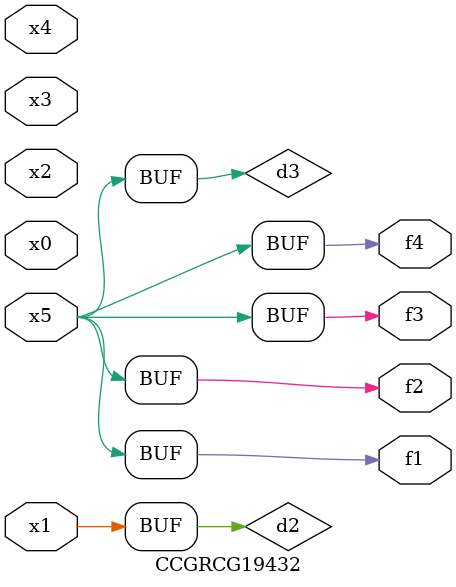
<source format=v>
module CCGRCG19432(
	input x0, x1, x2, x3, x4, x5,
	output f1, f2, f3, f4
);

	wire d1, d2, d3;

	not (d1, x5);
	or (d2, x1);
	xnor (d3, d1);
	assign f1 = d3;
	assign f2 = d3;
	assign f3 = d3;
	assign f4 = d3;
endmodule

</source>
